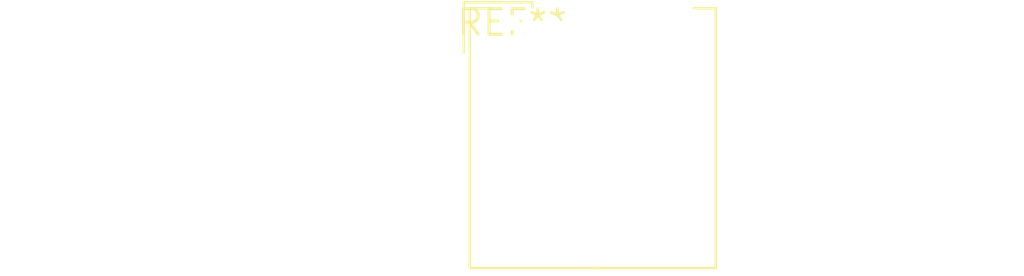
<source format=kicad_pcb>
(kicad_pcb (version 20240108) (generator pcbnew)
  (layers (0 "F.Cu" signal) (31 "B.Cu" signal) (34 "B.Paste" user) (35 "F.Paste" user) (36 "B.SilkS" user "B.Silkscreen") (37 "F.SilkS" user "F.Silkscreen") (38 "B.Mask" user) (39 "F.Mask" user) (44 "Edge.Cuts" user))
  (net 0 "")
  (footprint "JST_PUD_S10B-PUDSS-1_2x05_P2.00mm_Horizontal" (layer "F.Cu") (at 0 0)
    (property "Reference" "REF**")
    (property "Value" "JST_PUD_S10B-PUDSS-1_2x05_P2.00mm_Horizontal")
    (fp_line (start -2.41 -1.01) (end -2.41 1.49) (layer "F.SilkS") (stroke (width 0.12)))
    (fp_line (start -2.11 -0.71) (end -2.11 12.21) (layer "F.SilkS") (stroke (width 0.12)))
    (fp_line (start -2.11 12.21) (end 4 12.21) (layer "F.SilkS") (stroke (width 0.12)))
    (fp_line (start -1 -0.71) (end -2.11 -0.71) (layer "F.SilkS") (stroke (width 0.12)))
    (fp_line (start 1 -1.01) (end -2.41 -1.01) (layer "F.SilkS") (stroke (width 0.12)))
    (fp_line (start 1 -0.76) (end 1 -1.01) (layer "F.SilkS") (stroke (width 0.12)))
    (fp_line (start 9 -0.71) (end 10.11 -0.71) (layer "F.SilkS") (stroke (width 0.12)))
    (fp_line (start 10.11 -0.71) (end 10.11 12.21) (layer "F.SilkS") (stroke (width 0.12)))
    (fp_line (start 10.11 12.21) (end 4 12.21) (layer "F.SilkS") (stroke (width 0.12)))
    (pad "" np_thru_hole circle (at -0.9 9.7) (size 1.65 1.65) (drill 1.65) (layers *.Cu *.Mask))
    (pad "" np_thru_hole circle (at 8.9 9.7) (size 1.65 1.65) (drill 1.65) (layers *.Cu *.Mask))
    (pad "1" thru_hole roundrect (at 0 0) (size 1.2 1.2) (drill 0.75) (layers *.Cu *.Mask) (remove_unused_layers) (roundrect_rratio 0.208333))
    (pad "2" thru_hole circle (at 0 2) (size 1.2 1.2) (drill 0.75) (layers *.Cu *.Mask) (remove_unused_layers))
    (pad "3" thru_hole circle (at 2 0) (size 1.2 1.2) (drill 0.75) (layers *.Cu *.Mask) (remove_unused_layers))
    (pad "4" thru_hole circle (at 2 2) (size 1.2 1.2) (drill 0.75) (layers *.Cu *.Mask) (remove_unused_layers))
    (pad "5" thru_hole circle (at 4 0) (size 1.2 1.2) (drill 0.75) (layers *.Cu *.Mask) (remove_unused_layers))
    (pad "6" thru_hole circle (at 4 2) (size 1.2 1.2) (drill 0.75) (layers *.Cu *.Mask) (remove_unused_layers))
    (pad "7" thru_hole circle (at 6 0) (size 1.2 1.2) (drill 0.75) (layers *.Cu *.Mask) (remove_unused_layers))
    (pad "8" thru_hole circle (at 6 2) (size 1.2 1.2) (drill 0.75) (layers *.Cu *.Mask) (remove_unused_layers))
    (pad "9" thru_hole circle (at 8 0) (size 1.2 1.2) (drill 0.75) (layers *.Cu *.Mask) (remove_unused_layers))
    (pad "10" thru_hole circle (at 8 2) (size 1.2 1.2) (drill 0.75) (layers *.Cu *.Mask) (remove_unused_layers))
  )
)
</source>
